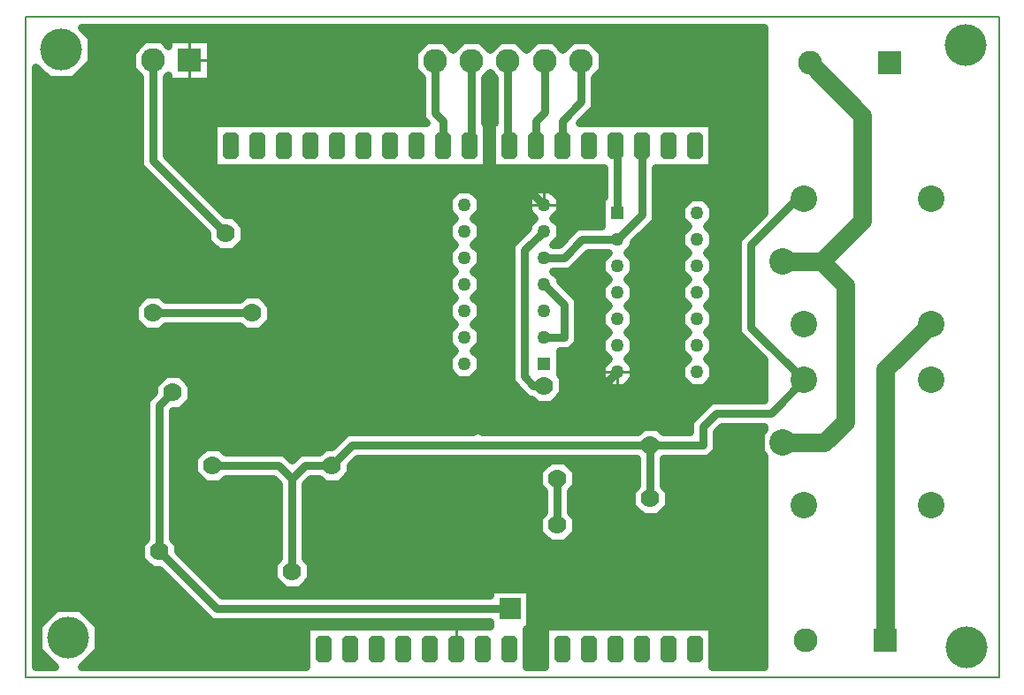
<source format=gbr>
G04 PROTEUS RS274X GERBER FILE*
%FSLAX45Y45*%
%MOMM*%
G01*
%ADD10C,0.762000*%
%ADD12C,1.778000*%
%ADD13C,1.778000*%
%ADD14C,0.254000*%
%AMDIL005*
4,1,8,
-0.762000,0.965200,-0.457200,1.270000,0.457200,1.270000,0.762000,0.965200,0.762000,-0.965200,
0.457200,-1.270000,-0.457200,-1.270000,-0.762000,-0.965200,-0.762000,0.965200,
0*%
%ADD15DIL005*%
%ADD21R,1.270000X1.270000*%
%ADD22C,1.270000*%
%ADD20R,2.032000X2.032000*%
%ADD25C,2.540000*%
%ADD26R,2.286000X2.286000*%
%ADD27C,2.286000*%
%ADD28C,4.000000*%
%ADD29C,0.203200*%
%TD.AperFunction*%
G36*
X+9050000Y+6146598D02*
X+8797169Y+5893767D01*
X+8797169Y+4993229D01*
X+9050000Y+4740398D01*
X+9050000Y+4352565D01*
X+8787395Y+4351143D01*
X+8543897Y+4351143D01*
X+8342501Y+4149747D01*
X+8342501Y+4041999D01*
X+8215500Y+4041998D01*
X+8085947Y+4041999D01*
X+8035147Y+4092799D01*
X+7887853Y+4092799D01*
X+7837053Y+4041999D01*
X+6354762Y+4041999D01*
X+6386700Y+4073937D01*
X+6386700Y+4137063D01*
X+6342063Y+4181700D01*
X+6278937Y+4181700D01*
X+6234300Y+4137063D01*
X+6234300Y+4073937D01*
X+6266238Y+4041999D01*
X+5051397Y+4041999D01*
X+4911697Y+3902299D01*
X+4839853Y+3902299D01*
X+4789052Y+3851498D01*
X+4606896Y+3851498D01*
X+4532500Y+3777102D01*
X+4458103Y+3851499D01*
X+3894947Y+3851499D01*
X+3844147Y+3902299D01*
X+3696853Y+3902299D01*
X+3592701Y+3798147D01*
X+3592701Y+3650853D01*
X+3696853Y+3546701D01*
X+3844147Y+3546701D01*
X+3894947Y+3597501D01*
X+4352897Y+3597501D01*
X+4405501Y+3544897D01*
X+4405501Y+2832947D01*
X+4354701Y+2782147D01*
X+4354701Y+2634853D01*
X+4458853Y+2530701D01*
X+4606147Y+2530701D01*
X+4710299Y+2634853D01*
X+4710299Y+2782147D01*
X+4659499Y+2832947D01*
X+4659499Y+3544897D01*
X+4712104Y+3597502D01*
X+4789052Y+3597502D01*
X+4839853Y+3546701D01*
X+4987147Y+3546701D01*
X+5091299Y+3650853D01*
X+5091299Y+3722697D01*
X+5156603Y+3788001D01*
X+7834501Y+3788001D01*
X+7834502Y+3661000D01*
X+7834501Y+3531447D01*
X+7783701Y+3480647D01*
X+7783701Y+3333353D01*
X+7887853Y+3229201D01*
X+8035147Y+3229201D01*
X+8139299Y+3333353D01*
X+8139299Y+3480647D01*
X+8088499Y+3531447D01*
X+8088498Y+3661000D01*
X+8088499Y+3788001D01*
X+8215500Y+3788002D01*
X+8522105Y+3788001D01*
X+8596499Y+3862395D01*
X+8596499Y+4044541D01*
X+8649103Y+4097145D01*
X+8892605Y+4097145D01*
X+9050000Y+4098351D01*
X+9050000Y+4065327D01*
X+9014101Y+4029428D01*
X+9014101Y+3850572D01*
X+9050000Y+3814673D01*
X+9050000Y+1789059D01*
X+8555099Y+1789059D01*
X+8555099Y+2179899D01*
X+6954901Y+2179899D01*
X+6954901Y+1789059D01*
X+6777099Y+1789059D01*
X+6777099Y+2159501D01*
X+6810499Y+2159501D01*
X+6810499Y+2540499D01*
X+6429501Y+2540499D01*
X+6429501Y+2476999D01*
X+3864103Y+2476999D01*
X+3440299Y+2900803D01*
X+3440299Y+2972647D01*
X+3389499Y+3023447D01*
X+3389499Y+4243397D01*
X+3391303Y+4245201D01*
X+3463147Y+4245201D01*
X+3567299Y+4349353D01*
X+3567299Y+4496647D01*
X+3463147Y+4600799D01*
X+3315853Y+4600799D01*
X+3211701Y+4496647D01*
X+3211701Y+4424803D01*
X+3135501Y+4348603D01*
X+3135501Y+3023447D01*
X+3084701Y+2972647D01*
X+3084701Y+2825353D01*
X+3188853Y+2721201D01*
X+3260697Y+2721201D01*
X+3758897Y+2223001D01*
X+6429501Y+2223001D01*
X+6429501Y+2179899D01*
X+4668901Y+2179899D01*
X+4668901Y+1789059D01*
X+2517624Y+1789059D01*
X+2678899Y+1950334D01*
X+2678899Y+2189666D01*
X+2509666Y+2358899D01*
X+2270334Y+2358899D01*
X+2101101Y+2189666D01*
X+2101101Y+1950334D01*
X+2262376Y+1789059D01*
X+2079059Y+1789059D01*
X+2079059Y+7542376D01*
X+2200334Y+7421101D01*
X+2439666Y+7421101D01*
X+2608899Y+7590334D01*
X+2608899Y+7829666D01*
X+2517624Y+7920941D01*
X+9050000Y+7920941D01*
X+9050000Y+6146598D01*
G37*
%LPC*%
G36*
X+7503199Y+7684168D02*
X+7503199Y+7515832D01*
X+7426999Y+7439632D01*
X+7426999Y+7153897D01*
X+7279001Y+7005899D01*
X+8555099Y+7005899D01*
X+8555099Y+6574101D01*
X+8008999Y+6574101D01*
X+8008999Y+6071397D01*
X+7800399Y+5862797D01*
X+7800399Y+5826874D01*
X+7736525Y+5763000D01*
X+7800399Y+5699126D01*
X+7800399Y+5572874D01*
X+7736525Y+5509000D01*
X+7800399Y+5445126D01*
X+7800399Y+5318874D01*
X+7736525Y+5255000D01*
X+7800399Y+5191126D01*
X+7800399Y+5064874D01*
X+7736525Y+5001000D01*
X+7800399Y+4937126D01*
X+7800399Y+4810874D01*
X+7736525Y+4747000D01*
X+7800399Y+4683126D01*
X+7800399Y+4556874D01*
X+7711126Y+4467601D01*
X+7584874Y+4467601D01*
X+7495601Y+4556874D01*
X+7495601Y+4683126D01*
X+7559475Y+4747000D01*
X+7495601Y+4810874D01*
X+7495601Y+4937126D01*
X+7559475Y+5001000D01*
X+7495601Y+5064874D01*
X+7495601Y+5191126D01*
X+7559475Y+5255000D01*
X+7495601Y+5318874D01*
X+7495601Y+5445126D01*
X+7559475Y+5509000D01*
X+7495601Y+5572874D01*
X+7495601Y+5699126D01*
X+7559475Y+5763000D01*
X+7559474Y+5763001D01*
X+7362603Y+5763001D01*
X+7188603Y+5589001D01*
X+7028526Y+5589001D01*
X+7028525Y+5589000D01*
X+7092399Y+5525126D01*
X+7092399Y+5489203D01*
X+7262999Y+5318603D01*
X+7262999Y+4901397D01*
X+7188603Y+4827001D01*
X+7092399Y+4827001D01*
X+7092399Y+4591047D01*
X+7123299Y+4560147D01*
X+7123299Y+4412853D01*
X+7019147Y+4308701D01*
X+6871853Y+4308701D01*
X+6821053Y+4359501D01*
X+6791297Y+4359501D01*
X+6628001Y+4522797D01*
X+6628001Y+5837603D01*
X+6787601Y+5997203D01*
X+6787601Y+6033126D01*
X+6851475Y+6097000D01*
X+6787601Y+6160874D01*
X+6787601Y+6287126D01*
X+6876874Y+6376399D01*
X+7003126Y+6376399D01*
X+7092399Y+6287126D01*
X+7092399Y+6160874D01*
X+7028525Y+6097000D01*
X+7092399Y+6033126D01*
X+7092399Y+5906874D01*
X+7028525Y+5843000D01*
X+7028526Y+5842999D01*
X+7083397Y+5842999D01*
X+7257397Y+6016999D01*
X+7495601Y+6016999D01*
X+7495601Y+6296399D01*
X+7521001Y+6296399D01*
X+7521001Y+6574101D01*
X+6446901Y+6574101D01*
X+6446901Y+7005899D01*
X+6473001Y+7005899D01*
X+6473001Y+7439632D01*
X+6425000Y+7487633D01*
X+6376999Y+7439632D01*
X+6376999Y+7005899D01*
X+6396099Y+7005899D01*
X+6396099Y+6574101D01*
X+3779901Y+6574101D01*
X+3779901Y+7005899D01*
X+5817999Y+7005899D01*
X+5773001Y+7050897D01*
X+5773001Y+7439632D01*
X+5696801Y+7515832D01*
X+5696801Y+7684168D01*
X+5815832Y+7803199D01*
X+5984168Y+7803199D01*
X+6075000Y+7712367D01*
X+6165832Y+7803199D01*
X+6334168Y+7803199D01*
X+6425000Y+7712367D01*
X+6515832Y+7803199D01*
X+6684168Y+7803199D01*
X+6775000Y+7712367D01*
X+6865832Y+7803199D01*
X+7034168Y+7803199D01*
X+7125000Y+7712367D01*
X+7215832Y+7803199D01*
X+7384168Y+7803199D01*
X+7503199Y+7684168D01*
G37*
G36*
X+8562399Y+6207126D02*
X+8562399Y+6080874D01*
X+8498525Y+6017000D01*
X+8562399Y+5953126D01*
X+8562399Y+5826874D01*
X+8498525Y+5763000D01*
X+8562399Y+5699126D01*
X+8562399Y+5572874D01*
X+8498525Y+5509000D01*
X+8562399Y+5445126D01*
X+8562399Y+5318874D01*
X+8498525Y+5255000D01*
X+8562399Y+5191126D01*
X+8562399Y+5064874D01*
X+8498525Y+5001000D01*
X+8562399Y+4937126D01*
X+8562399Y+4810874D01*
X+8498525Y+4747000D01*
X+8562399Y+4683126D01*
X+8562399Y+4556874D01*
X+8473126Y+4467601D01*
X+8346874Y+4467601D01*
X+8257601Y+4556874D01*
X+8257601Y+4683126D01*
X+8321475Y+4747000D01*
X+8257601Y+4810874D01*
X+8257601Y+4937126D01*
X+8321475Y+5001000D01*
X+8257601Y+5064874D01*
X+8257601Y+5191126D01*
X+8321475Y+5255000D01*
X+8257601Y+5318874D01*
X+8257601Y+5445126D01*
X+8321475Y+5509000D01*
X+8257601Y+5572874D01*
X+8257601Y+5699126D01*
X+8321475Y+5763000D01*
X+8257601Y+5826874D01*
X+8257601Y+5953126D01*
X+8321475Y+6017000D01*
X+8257601Y+6080874D01*
X+8257601Y+6207126D01*
X+8346874Y+6296399D01*
X+8473126Y+6296399D01*
X+8562399Y+6207126D01*
G37*
G36*
X+6330399Y+6287126D02*
X+6330399Y+6160874D01*
X+6266525Y+6097000D01*
X+6330399Y+6033126D01*
X+6330399Y+5906874D01*
X+6266525Y+5843000D01*
X+6330399Y+5779126D01*
X+6330399Y+5652874D01*
X+6266525Y+5589000D01*
X+6330399Y+5525126D01*
X+6330399Y+5398874D01*
X+6266525Y+5335000D01*
X+6330399Y+5271126D01*
X+6330399Y+5144874D01*
X+6266525Y+5081000D01*
X+6330399Y+5017126D01*
X+6330399Y+4890874D01*
X+6266525Y+4827000D01*
X+6330399Y+4763126D01*
X+6330399Y+4636874D01*
X+6241126Y+4547601D01*
X+6114874Y+4547601D01*
X+6025601Y+4636874D01*
X+6025601Y+4763126D01*
X+6089475Y+4827000D01*
X+6025601Y+4890874D01*
X+6025601Y+5017126D01*
X+6089475Y+5081000D01*
X+6025601Y+5144874D01*
X+6025601Y+5271126D01*
X+6089475Y+5335000D01*
X+6025601Y+5398874D01*
X+6025601Y+5525126D01*
X+6089475Y+5589000D01*
X+6025601Y+5652874D01*
X+6025601Y+5779126D01*
X+6089475Y+5843000D01*
X+6025601Y+5906874D01*
X+6025601Y+6033126D01*
X+6089475Y+6097000D01*
X+6025601Y+6160874D01*
X+6025601Y+6287126D01*
X+6114874Y+6376399D01*
X+6241126Y+6376399D01*
X+6330399Y+6287126D01*
G37*
G36*
X+3753199Y+7401260D02*
X+3346801Y+7401260D01*
X+3346801Y+7463893D01*
X+3326999Y+7444091D01*
X+3326999Y+6697103D01*
X+3899303Y+6124799D01*
X+3971147Y+6124799D01*
X+4075299Y+6020647D01*
X+4075299Y+5873353D01*
X+3971147Y+5769201D01*
X+3823853Y+5769201D01*
X+3719701Y+5873353D01*
X+3719701Y+5945197D01*
X+3073001Y+6591897D01*
X+3073001Y+7444091D01*
X+2996801Y+7520291D01*
X+2996801Y+7688627D01*
X+3115832Y+7807658D01*
X+3284168Y+7807658D01*
X+3346801Y+7745025D01*
X+3346801Y+7807658D01*
X+3753199Y+7807658D01*
X+3753199Y+7401260D01*
G37*
G36*
X+4329299Y+5258647D02*
X+4329299Y+5111353D01*
X+4225147Y+5007201D01*
X+4077853Y+5007201D01*
X+4027053Y+5058001D01*
X+3323447Y+5058001D01*
X+3272647Y+5007201D01*
X+3125353Y+5007201D01*
X+3021201Y+5111353D01*
X+3021201Y+5258647D01*
X+3125353Y+5362799D01*
X+3272647Y+5362799D01*
X+3323447Y+5311999D01*
X+4027053Y+5311999D01*
X+4077853Y+5362799D01*
X+4225147Y+5362799D01*
X+4329299Y+5258647D01*
G37*
G36*
X+7250299Y+3671147D02*
X+7250299Y+3523853D01*
X+7199499Y+3473053D01*
X+7199499Y+3277447D01*
X+7250299Y+3226647D01*
X+7250299Y+3079353D01*
X+7146147Y+2975201D01*
X+6998853Y+2975201D01*
X+6894701Y+3079353D01*
X+6894701Y+3226647D01*
X+6945501Y+3277447D01*
X+6945501Y+3473053D01*
X+6894701Y+3523853D01*
X+6894701Y+3671147D01*
X+6998853Y+3775299D01*
X+7146147Y+3775299D01*
X+7250299Y+3671147D01*
G37*
G36*
X+2868800Y+4454937D02*
X+2868800Y+4518063D01*
X+2913437Y+4562700D01*
X+2976563Y+4562700D01*
X+3021200Y+4518063D01*
X+3021200Y+4454937D01*
X+2976563Y+4410300D01*
X+2913437Y+4410300D01*
X+2868800Y+4454937D01*
G37*
G36*
X+4583300Y+6359937D02*
X+4583300Y+6423063D01*
X+4627937Y+6467700D01*
X+4691063Y+6467700D01*
X+4735700Y+6423063D01*
X+4735700Y+6359937D01*
X+4691063Y+6315300D01*
X+4627937Y+6315300D01*
X+4583300Y+6359937D01*
G37*
G36*
X+2868800Y+5724937D02*
X+2868800Y+5788063D01*
X+2913437Y+5832700D01*
X+2976563Y+5832700D01*
X+3021200Y+5788063D01*
X+3021200Y+5724937D01*
X+2976563Y+5680300D01*
X+2913437Y+5680300D01*
X+2868800Y+5724937D01*
G37*
%LPD*%
D10*
X+7648000Y+5890000D02*
X+7882000Y+6124000D01*
X+7882000Y+6790000D01*
X+7648000Y+5890000D02*
X+7310000Y+5890000D01*
X+7136000Y+5716000D01*
X+6940000Y+5716000D01*
X+7648000Y+6144000D02*
X+7648000Y+6752500D01*
X+7628000Y+6772500D01*
X+7628000Y+6790000D01*
X+7120000Y+6790000D02*
X+7120000Y+7026500D01*
X+7300000Y+7206500D01*
X+7300000Y+7600000D01*
X+6866000Y+6790000D02*
X+6866000Y+7026500D01*
X+6950000Y+7110500D01*
X+6950000Y+7600000D01*
X+6612000Y+6790000D02*
X+6600000Y+6790000D01*
X+6600000Y+7600000D01*
X+6231000Y+6790000D02*
X+6250000Y+6790000D01*
X+6250000Y+7600000D01*
X+5977000Y+6790000D02*
X+5977000Y+7026500D01*
X+5900000Y+7103500D01*
X+5900000Y+7600000D01*
X+3897500Y+5947000D02*
X+3200000Y+6644500D01*
X+3200000Y+7604459D01*
X+8840000Y+4224144D02*
X+8596500Y+4224144D01*
X+8469500Y+4097144D01*
X+8469500Y+3915000D01*
X+4532500Y+3597500D02*
X+4532500Y+2708500D01*
X+4532500Y+3597500D02*
X+4405500Y+3724500D01*
X+3770500Y+3724500D01*
X+7961500Y+3915000D02*
X+8469500Y+3915000D01*
X+4913500Y+3724500D02*
X+5104000Y+3915000D01*
X+7961500Y+3915000D01*
X+4913500Y+3724500D02*
X+4659500Y+3724500D01*
X+4532500Y+3597500D01*
X+7961500Y+3915000D02*
X+7961500Y+3407000D01*
X+9430000Y+4540000D02*
X+9115922Y+4225922D01*
X+8840000Y+4224144D01*
X+9430000Y+4540000D02*
X+8924168Y+5045832D01*
X+8924168Y+5841164D01*
X+9363004Y+6280000D01*
X+9430000Y+6280000D01*
X+3262500Y+2899000D02*
X+3811500Y+2350000D01*
X+6620000Y+2350000D01*
X+3389500Y+4423000D02*
X+3262500Y+4296000D01*
X+3262500Y+2899000D01*
X+3199000Y+5185000D02*
X+4151500Y+5185000D01*
X+6940000Y+5462000D02*
X+7136000Y+5266000D01*
X+7136000Y+4954000D01*
X+6940000Y+4954000D01*
X+6945500Y+4486500D02*
X+6843900Y+4486500D01*
X+6755000Y+4575400D01*
X+6755000Y+5785000D01*
X+6940000Y+5970000D01*
D12*
X+9600000Y+5680000D02*
X+9830000Y+5450000D01*
X+9830000Y+4141316D01*
X+9628684Y+3940000D01*
X+9230000Y+3940000D01*
X+9600000Y+5680000D02*
X+9990000Y+6070000D01*
X+9990000Y+7078000D01*
X+9488000Y+7580000D01*
X+9600000Y+5680000D02*
X+9230000Y+5680000D01*
X+10650000Y+5080000D02*
X+10212000Y+4642000D01*
X+10212000Y+2050000D01*
D10*
X+7072500Y+3597500D02*
X+7072500Y+3153000D01*
X+5675500Y+6137500D02*
X+5675500Y+4486500D01*
X+6056500Y+4105500D01*
X+6310500Y+4105500D01*
X+5675500Y+6137500D02*
X+5929500Y+6391500D01*
X+6772500Y+6391500D01*
X+6940000Y+6224000D01*
X+2945000Y+5756500D02*
X+2945000Y+4486500D01*
X+5675500Y+6137500D02*
X+4913500Y+6137500D01*
X+4659500Y+6391500D01*
X+6310500Y+4105500D02*
X+7133500Y+4105500D01*
X+7648000Y+4620000D01*
D13*
X+4532500Y+2708500D03*
X+3770500Y+3724500D03*
X+7961500Y+3407000D03*
X+3897500Y+5947000D03*
X+7961500Y+3915000D03*
X+4913500Y+3724500D03*
X+3262500Y+2899000D03*
X+3389500Y+4423000D03*
X+4151500Y+5185000D03*
X+3199000Y+5185000D03*
X+6945500Y+4486500D03*
X+7072500Y+3153000D03*
X+7072500Y+3597500D03*
X+6310500Y+4105500D03*
X+2945000Y+4486500D03*
X+4659500Y+6391500D03*
X+2945000Y+5756500D03*
D10*
X+9050000Y+6146598D02*
X+8797169Y+5893767D01*
X+8797169Y+4993229D01*
X+9050000Y+4740398D01*
X+9050000Y+4352565D01*
X+8787395Y+4351143D01*
X+8543897Y+4351143D01*
X+8342501Y+4149747D01*
X+8342501Y+4041999D01*
X+8215500Y+4041998D01*
X+8085947Y+4041999D01*
X+8035147Y+4092799D01*
X+7887853Y+4092799D01*
X+7837053Y+4041999D01*
X+6354762Y+4041999D01*
X+6386700Y+4073937D01*
X+6386700Y+4137063D01*
X+6342063Y+4181700D01*
X+6278937Y+4181700D01*
X+6234300Y+4137063D01*
X+6234300Y+4073937D01*
X+6266238Y+4041999D01*
X+5051397Y+4041999D01*
X+4911697Y+3902299D01*
X+4839853Y+3902299D01*
X+4789052Y+3851498D01*
X+4606896Y+3851498D01*
X+4532500Y+3777102D01*
X+4458103Y+3851499D01*
X+3894947Y+3851499D01*
X+3844147Y+3902299D01*
X+3696853Y+3902299D01*
X+3592701Y+3798147D01*
X+3592701Y+3650853D01*
X+3696853Y+3546701D01*
X+3844147Y+3546701D01*
X+3894947Y+3597501D01*
X+4352897Y+3597501D01*
X+4405501Y+3544897D01*
X+4405501Y+2832947D01*
X+4354701Y+2782147D01*
X+4354701Y+2634853D01*
X+4458853Y+2530701D01*
X+4606147Y+2530701D01*
X+4710299Y+2634853D01*
X+4710299Y+2782147D01*
X+4659499Y+2832947D01*
X+4659499Y+3544897D01*
X+4712104Y+3597502D01*
X+4789052Y+3597502D01*
X+4839853Y+3546701D01*
X+4987147Y+3546701D01*
X+5091299Y+3650853D01*
X+5091299Y+3722697D01*
X+5156603Y+3788001D01*
X+7834501Y+3788001D01*
X+7834502Y+3661000D01*
X+7834501Y+3531447D01*
X+7783701Y+3480647D01*
X+7783701Y+3333353D01*
X+7887853Y+3229201D01*
X+8035147Y+3229201D01*
X+8139299Y+3333353D01*
X+8139299Y+3480647D01*
X+8088499Y+3531447D01*
X+8088498Y+3661000D01*
X+8088499Y+3788001D01*
X+8215500Y+3788002D01*
X+8522105Y+3788001D01*
X+8596499Y+3862395D01*
X+8596499Y+4044541D01*
X+8649103Y+4097145D01*
X+8892605Y+4097145D01*
X+9050000Y+4098351D01*
X+9050000Y+4065327D01*
X+9014101Y+4029428D01*
X+9014101Y+3850572D01*
X+9050000Y+3814673D01*
X+9050000Y+1789059D01*
X+8555099Y+1789059D01*
X+8555099Y+2179899D01*
X+6954901Y+2179899D01*
X+6954901Y+1789059D01*
X+6777099Y+1789059D01*
X+6777099Y+2159501D01*
X+6810499Y+2159501D01*
X+6810499Y+2540499D01*
X+6429501Y+2540499D01*
X+6429501Y+2476999D01*
X+3864103Y+2476999D01*
X+3440299Y+2900803D01*
X+3440299Y+2972647D01*
X+3389499Y+3023447D01*
X+3389499Y+4243397D01*
X+3391303Y+4245201D01*
X+3463147Y+4245201D01*
X+3567299Y+4349353D01*
X+3567299Y+4496647D01*
X+3463147Y+4600799D01*
X+3315853Y+4600799D01*
X+3211701Y+4496647D01*
X+3211701Y+4424803D01*
X+3135501Y+4348603D01*
X+3135501Y+3023447D01*
X+3084701Y+2972647D01*
X+3084701Y+2825353D01*
X+3188853Y+2721201D01*
X+3260697Y+2721201D01*
X+3758897Y+2223001D01*
X+6429501Y+2223001D01*
X+6429501Y+2179899D01*
X+4668901Y+2179899D01*
X+4668901Y+1789059D01*
X+2517624Y+1789059D01*
X+2678899Y+1950334D01*
X+2678899Y+2189666D01*
X+2509666Y+2358899D01*
X+2270334Y+2358899D01*
X+2101101Y+2189666D01*
X+2101101Y+1950334D01*
X+2262376Y+1789059D01*
X+2079059Y+1789059D01*
X+2079059Y+7542376D01*
X+2200334Y+7421101D01*
X+2439666Y+7421101D01*
X+2608899Y+7590334D01*
X+2608899Y+7829666D01*
X+2517624Y+7920941D01*
X+9050000Y+7920941D01*
X+9050000Y+6146598D01*
X+7503199Y+7684168D02*
X+7503199Y+7515832D01*
X+7426999Y+7439632D01*
X+7426999Y+7153897D01*
X+7279001Y+7005899D01*
X+8555099Y+7005899D01*
X+8555099Y+6574101D01*
X+8008999Y+6574101D01*
X+8008999Y+6071397D01*
X+7800399Y+5862797D01*
X+7800399Y+5826874D01*
X+7736525Y+5763000D01*
X+7800399Y+5699126D01*
X+7800399Y+5572874D01*
X+7736525Y+5509000D01*
X+7800399Y+5445126D01*
X+7800399Y+5318874D01*
X+7736525Y+5255000D01*
X+7800399Y+5191126D01*
X+7800399Y+5064874D01*
X+7736525Y+5001000D01*
X+7800399Y+4937126D01*
X+7800399Y+4810874D01*
X+7736525Y+4747000D01*
X+7800399Y+4683126D01*
X+7800399Y+4556874D01*
X+7711126Y+4467601D01*
X+7584874Y+4467601D01*
X+7495601Y+4556874D01*
X+7495601Y+4683126D01*
X+7559475Y+4747000D01*
X+7495601Y+4810874D01*
X+7495601Y+4937126D01*
X+7559475Y+5001000D01*
X+7495601Y+5064874D01*
X+7495601Y+5191126D01*
X+7559475Y+5255000D01*
X+7495601Y+5318874D01*
X+7495601Y+5445126D01*
X+7559475Y+5509000D01*
X+7495601Y+5572874D01*
X+7495601Y+5699126D01*
X+7559475Y+5763000D01*
X+7559474Y+5763001D01*
X+7362603Y+5763001D01*
X+7188603Y+5589001D01*
X+7028526Y+5589001D01*
X+7028525Y+5589000D01*
X+7092399Y+5525126D01*
X+7092399Y+5489203D01*
X+7262999Y+5318603D01*
X+7262999Y+4901397D01*
X+7188603Y+4827001D01*
X+7092399Y+4827001D01*
X+7092399Y+4591047D01*
X+7123299Y+4560147D01*
X+7123299Y+4412853D01*
X+7019147Y+4308701D01*
X+6871853Y+4308701D01*
X+6821053Y+4359501D01*
X+6791297Y+4359501D01*
X+6628001Y+4522797D01*
X+6628001Y+5837603D01*
X+6787601Y+5997203D01*
X+6787601Y+6033126D01*
X+6851475Y+6097000D01*
X+6787601Y+6160874D01*
X+6787601Y+6287126D01*
X+6876874Y+6376399D01*
X+7003126Y+6376399D01*
X+7092399Y+6287126D01*
X+7092399Y+6160874D01*
X+7028525Y+6097000D01*
X+7092399Y+6033126D01*
X+7092399Y+5906874D01*
X+7028525Y+5843000D01*
X+7028526Y+5842999D01*
X+7083397Y+5842999D01*
X+7257397Y+6016999D01*
X+7495601Y+6016999D01*
X+7495601Y+6296399D01*
X+7521001Y+6296399D01*
X+7521001Y+6574101D01*
X+6446901Y+6574101D01*
X+6446901Y+7005899D01*
X+6473001Y+7005899D01*
X+6473001Y+7439632D01*
X+6425000Y+7487633D01*
X+6376999Y+7439632D01*
X+6376999Y+7005899D01*
X+6396099Y+7005899D01*
X+6396099Y+6574101D01*
X+3779901Y+6574101D01*
X+3779901Y+7005899D01*
X+5817999Y+7005899D01*
X+5773001Y+7050897D01*
X+5773001Y+7439632D01*
X+5696801Y+7515832D01*
X+5696801Y+7684168D01*
X+5815832Y+7803199D01*
X+5984168Y+7803199D01*
X+6075000Y+7712367D01*
X+6165832Y+7803199D01*
X+6334168Y+7803199D01*
X+6425000Y+7712367D01*
X+6515832Y+7803199D01*
X+6684168Y+7803199D01*
X+6775000Y+7712367D01*
X+6865832Y+7803199D01*
X+7034168Y+7803199D01*
X+7125000Y+7712367D01*
X+7215832Y+7803199D01*
X+7384168Y+7803199D01*
X+7503199Y+7684168D01*
X+8562399Y+6207126D02*
X+8562399Y+6080874D01*
X+8498525Y+6017000D01*
X+8562399Y+5953126D01*
X+8562399Y+5826874D01*
X+8498525Y+5763000D01*
X+8562399Y+5699126D01*
X+8562399Y+5572874D01*
X+8498525Y+5509000D01*
X+8562399Y+5445126D01*
X+8562399Y+5318874D01*
X+8498525Y+5255000D01*
X+8562399Y+5191126D01*
X+8562399Y+5064874D01*
X+8498525Y+5001000D01*
X+8562399Y+4937126D01*
X+8562399Y+4810874D01*
X+8498525Y+4747000D01*
X+8562399Y+4683126D01*
X+8562399Y+4556874D01*
X+8473126Y+4467601D01*
X+8346874Y+4467601D01*
X+8257601Y+4556874D01*
X+8257601Y+4683126D01*
X+8321475Y+4747000D01*
X+8257601Y+4810874D01*
X+8257601Y+4937126D01*
X+8321475Y+5001000D01*
X+8257601Y+5064874D01*
X+8257601Y+5191126D01*
X+8321475Y+5255000D01*
X+8257601Y+5318874D01*
X+8257601Y+5445126D01*
X+8321475Y+5509000D01*
X+8257601Y+5572874D01*
X+8257601Y+5699126D01*
X+8321475Y+5763000D01*
X+8257601Y+5826874D01*
X+8257601Y+5953126D01*
X+8321475Y+6017000D01*
X+8257601Y+6080874D01*
X+8257601Y+6207126D01*
X+8346874Y+6296399D01*
X+8473126Y+6296399D01*
X+8562399Y+6207126D01*
X+6330399Y+6287126D02*
X+6330399Y+6160874D01*
X+6266525Y+6097000D01*
X+6330399Y+6033126D01*
X+6330399Y+5906874D01*
X+6266525Y+5843000D01*
X+6330399Y+5779126D01*
X+6330399Y+5652874D01*
X+6266525Y+5589000D01*
X+6330399Y+5525126D01*
X+6330399Y+5398874D01*
X+6266525Y+5335000D01*
X+6330399Y+5271126D01*
X+6330399Y+5144874D01*
X+6266525Y+5081000D01*
X+6330399Y+5017126D01*
X+6330399Y+4890874D01*
X+6266525Y+4827000D01*
X+6330399Y+4763126D01*
X+6330399Y+4636874D01*
X+6241126Y+4547601D01*
X+6114874Y+4547601D01*
X+6025601Y+4636874D01*
X+6025601Y+4763126D01*
X+6089475Y+4827000D01*
X+6025601Y+4890874D01*
X+6025601Y+5017126D01*
X+6089475Y+5081000D01*
X+6025601Y+5144874D01*
X+6025601Y+5271126D01*
X+6089475Y+5335000D01*
X+6025601Y+5398874D01*
X+6025601Y+5525126D01*
X+6089475Y+5589000D01*
X+6025601Y+5652874D01*
X+6025601Y+5779126D01*
X+6089475Y+5843000D01*
X+6025601Y+5906874D01*
X+6025601Y+6033126D01*
X+6089475Y+6097000D01*
X+6025601Y+6160874D01*
X+6025601Y+6287126D01*
X+6114874Y+6376399D01*
X+6241126Y+6376399D01*
X+6330399Y+6287126D01*
X+3753199Y+7401260D02*
X+3346801Y+7401260D01*
X+3346801Y+7463893D01*
X+3326999Y+7444091D01*
X+3326999Y+6697103D01*
X+3899303Y+6124799D01*
X+3971147Y+6124799D01*
X+4075299Y+6020647D01*
X+4075299Y+5873353D01*
X+3971147Y+5769201D01*
X+3823853Y+5769201D01*
X+3719701Y+5873353D01*
X+3719701Y+5945197D01*
X+3073001Y+6591897D01*
X+3073001Y+7444091D01*
X+2996801Y+7520291D01*
X+2996801Y+7688627D01*
X+3115832Y+7807658D01*
X+3284168Y+7807658D01*
X+3346801Y+7745025D01*
X+3346801Y+7807658D01*
X+3753199Y+7807658D01*
X+3753199Y+7401260D01*
X+4329299Y+5258647D02*
X+4329299Y+5111353D01*
X+4225147Y+5007201D01*
X+4077853Y+5007201D01*
X+4027053Y+5058001D01*
X+3323447Y+5058001D01*
X+3272647Y+5007201D01*
X+3125353Y+5007201D01*
X+3021201Y+5111353D01*
X+3021201Y+5258647D01*
X+3125353Y+5362799D01*
X+3272647Y+5362799D01*
X+3323447Y+5311999D01*
X+4027053Y+5311999D01*
X+4077853Y+5362799D01*
X+4225147Y+5362799D01*
X+4329299Y+5258647D01*
X+7250299Y+3671147D02*
X+7250299Y+3523853D01*
X+7199499Y+3473053D01*
X+7199499Y+3277447D01*
X+7250299Y+3226647D01*
X+7250299Y+3079353D01*
X+7146147Y+2975201D01*
X+6998853Y+2975201D01*
X+6894701Y+3079353D01*
X+6894701Y+3226647D01*
X+6945501Y+3277447D01*
X+6945501Y+3473053D01*
X+6894701Y+3523853D01*
X+6894701Y+3671147D01*
X+6998853Y+3775299D01*
X+7146147Y+3775299D01*
X+7250299Y+3671147D01*
X+2868800Y+4454937D02*
X+2868800Y+4518063D01*
X+2913437Y+4562700D01*
X+2976563Y+4562700D01*
X+3021200Y+4518063D01*
X+3021200Y+4454937D01*
X+2976563Y+4410300D01*
X+2913437Y+4410300D01*
X+2868800Y+4454937D01*
X+4583300Y+6359937D02*
X+4583300Y+6423063D01*
X+4627937Y+6467700D01*
X+4691063Y+6467700D01*
X+4735700Y+6423063D01*
X+4735700Y+6359937D01*
X+4691063Y+6315300D01*
X+4627937Y+6315300D01*
X+4583300Y+6359937D01*
X+2868800Y+5724937D02*
X+2868800Y+5788063D01*
X+2913437Y+5832700D01*
X+2976563Y+5832700D01*
X+3021200Y+5788063D01*
X+3021200Y+5724937D01*
X+2976563Y+5680300D01*
X+2913437Y+5680300D01*
X+2868800Y+5724937D01*
D14*
X+6104000Y+2179899D02*
X+6104000Y+1964000D01*
X+7648000Y+4467601D02*
X+7648000Y+4620000D01*
X+7495601Y+4620000D02*
X+7648000Y+4620000D01*
X+7800399Y+4620000D02*
X+7648000Y+4620000D01*
X+6940000Y+6376399D02*
X+6940000Y+6224000D01*
X+7092399Y+6224000D02*
X+6940000Y+6224000D01*
X+6787601Y+6224000D02*
X+6940000Y+6224000D01*
X+3753199Y+7604459D02*
X+3550000Y+7604459D01*
X+3550000Y+7807658D02*
X+3550000Y+7604459D01*
X+3550000Y+7401260D02*
X+3550000Y+7604459D01*
D15*
X+8390000Y+6790000D03*
X+8136000Y+6790000D03*
X+7882000Y+6790000D03*
X+7628000Y+6790000D03*
X+5596000Y+1964000D03*
X+7374000Y+6790000D03*
X+7120000Y+6790000D03*
X+5850000Y+1964000D03*
X+6866000Y+6790000D03*
X+6612000Y+6790000D03*
X+6231000Y+6790000D03*
X+5977000Y+6790000D03*
X+5723000Y+6790000D03*
X+5469000Y+6790000D03*
X+5215000Y+6790000D03*
X+4961000Y+6790000D03*
X+4834000Y+1964000D03*
X+7120000Y+1964000D03*
X+7374000Y+1964000D03*
X+7628000Y+1964000D03*
X+7882000Y+1964000D03*
X+8136000Y+1964000D03*
X+8390000Y+1964000D03*
X+4453000Y+6790000D03*
X+6104000Y+1964000D03*
X+6358000Y+1964000D03*
X+4707000Y+6790000D03*
X+5088000Y+1964000D03*
X+5342000Y+1964000D03*
X+3945000Y+6790000D03*
X+4199000Y+6790000D03*
X+6612000Y+1964000D03*
D21*
X+7648000Y+6144000D03*
D22*
X+7648000Y+5890000D03*
X+7648000Y+5636000D03*
X+7648000Y+5382000D03*
X+7648000Y+5128000D03*
X+7648000Y+4874000D03*
X+7648000Y+4620000D03*
X+8410000Y+4620000D03*
X+8410000Y+4874000D03*
X+8410000Y+5128000D03*
X+8410000Y+5382000D03*
X+8410000Y+5636000D03*
X+8410000Y+5890000D03*
X+8410000Y+6144000D03*
D21*
X+6940000Y+4700000D03*
D22*
X+6940000Y+4954000D03*
X+6940000Y+5208000D03*
X+6940000Y+5462000D03*
X+6940000Y+5716000D03*
X+6940000Y+5970000D03*
X+6940000Y+6224000D03*
X+6178000Y+6224000D03*
X+6178000Y+5970000D03*
X+6178000Y+5716000D03*
X+6178000Y+5462000D03*
X+6178000Y+5208000D03*
X+6178000Y+4954000D03*
X+6178000Y+4700000D03*
D20*
X+6620000Y+2350000D03*
D25*
X+9430000Y+6280000D03*
X+9430000Y+5080000D03*
X+9230000Y+5680000D03*
X+10650000Y+6280000D03*
X+10650000Y+5080000D03*
X+9430000Y+4540000D03*
X+9430000Y+3340000D03*
X+9230000Y+3940000D03*
X+10650000Y+4540000D03*
X+10650000Y+3340000D03*
D26*
X+10212000Y+2050000D03*
D27*
X+9450000Y+2050000D03*
D26*
X+10250000Y+7580000D03*
D27*
X+9488000Y+7580000D03*
X+5900000Y+7600000D03*
X+6250000Y+7600000D03*
X+6600000Y+7600000D03*
X+6950000Y+7600000D03*
X+7300000Y+7600000D03*
D28*
X+10990000Y+1980000D03*
X+10980000Y+7750000D03*
X+2320000Y+7710000D03*
X+2390000Y+2070000D03*
D26*
X+3550000Y+7604459D03*
D27*
X+3200000Y+7604459D03*
D29*
X+1980000Y+1690000D02*
X+11300000Y+1690000D01*
X+11300000Y+8020000D01*
X+1980000Y+8020000D01*
X+1980000Y+1690000D01*
M02*

</source>
